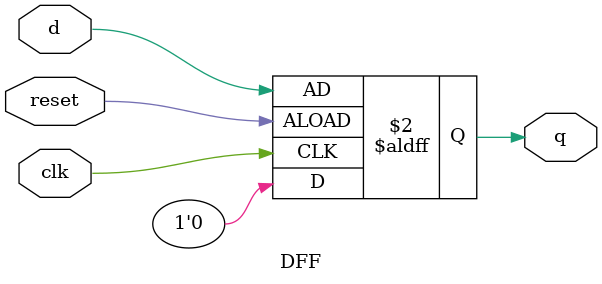
<source format=v>
module DFF(clk, d, q, reset);
input d, clk, reset;
output q;
reg q;

always@(negedge clk or negedge reset)
	if(reset)
 		q <= 1'b0;
	else
		q <= d;

endmodule

</source>
